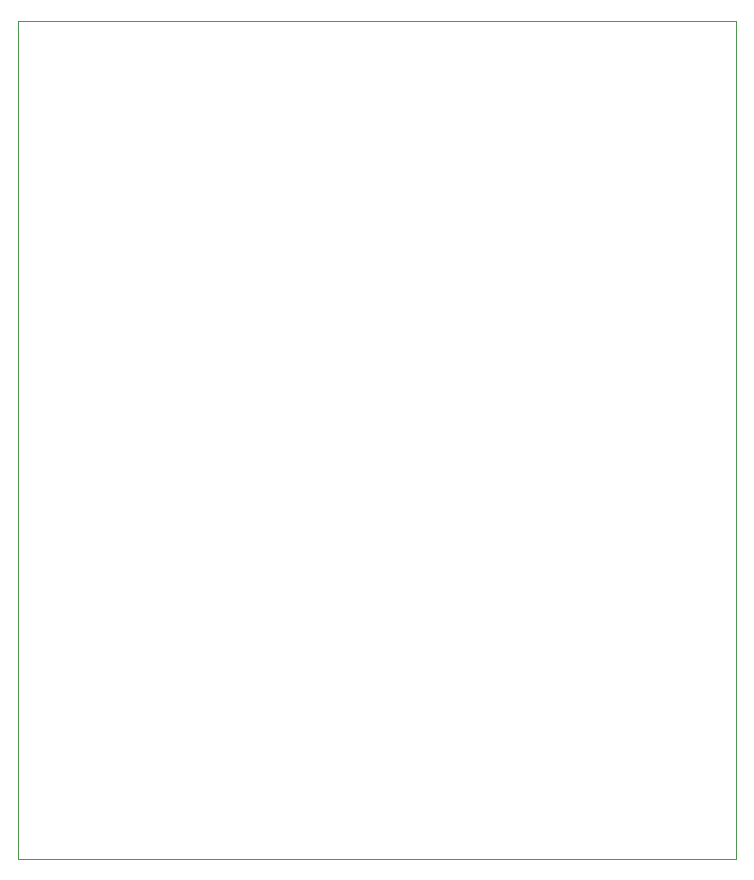
<source format=gbr>
%TF.GenerationSoftware,KiCad,Pcbnew,6.0.11+dfsg-1~bpo11+1*%
%TF.CreationDate,2023-05-27T18:01:48+00:00*%
%TF.ProjectId,OLED01,4f4c4544-3031-42e6-9b69-6361645f7063,rev?*%
%TF.SameCoordinates,PX72ba1e0PY737d6e0*%
%TF.FileFunction,Profile,NP*%
%FSLAX46Y46*%
G04 Gerber Fmt 4.6, Leading zero omitted, Abs format (unit mm)*
G04 Created by KiCad (PCBNEW 6.0.11+dfsg-1~bpo11+1) date 2023-05-27 18:01:48*
%MOMM*%
%LPD*%
G01*
G04 APERTURE LIST*
%TA.AperFunction,Profile*%
%ADD10C,0.050000*%
%TD*%
G04 APERTURE END LIST*
D10*
X-4980000Y-4980000D02*
X55780000Y-4980000D01*
X55780000Y-4980000D02*
X55780000Y65940000D01*
X55780000Y65940000D02*
X-4980000Y65940000D01*
X-4980000Y65940000D02*
X-4980000Y-4980000D01*
M02*

</source>
